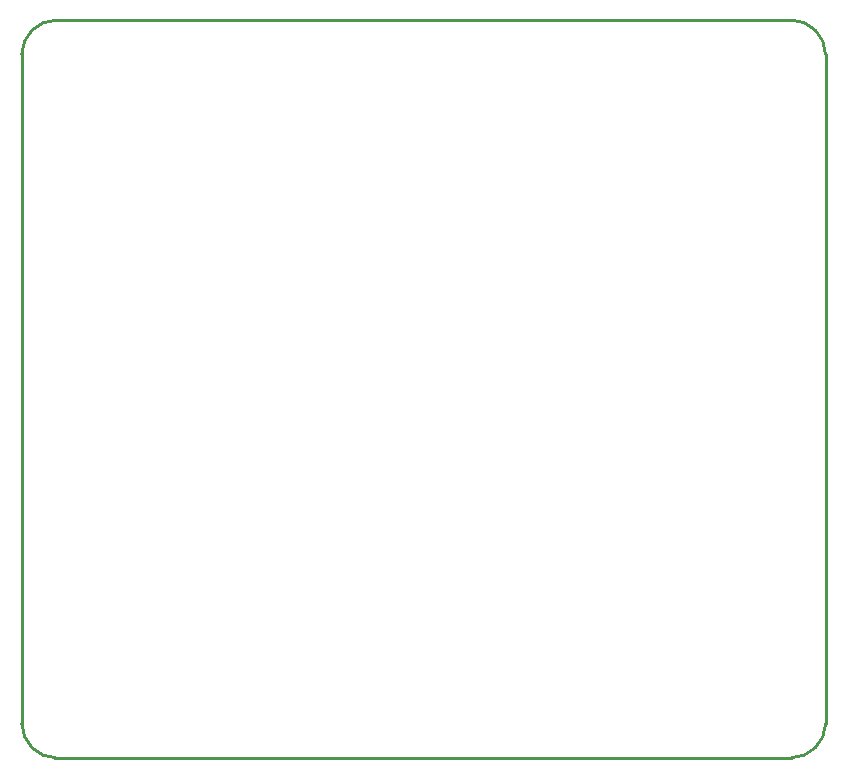
<source format=gko>
G04 Layer: BoardOutlineLayer*
G04 EasyEDA v6.5.51, 2025-12-13 04:46:10*
G04 afe304bc349a47aca8f85fda98863c0f,54a2198792e84a5b8b180a78bcbfafa7,10*
G04 Gerber Generator version 0.2*
G04 Scale: 100 percent, Rotated: No, Reflected: No *
G04 Dimensions in inches *
G04 leading zeros omitted , absolute positions ,3 integer and 6 decimal *
%FSLAX36Y36*%
%MOIN*%

%ADD10C,0.0100*%
%ADD11C,0.0153*%
D10*
X3426700Y-240000D02*
G01*
X967600Y-240000D01*
X3540000Y2108200D02*
G01*
X3540000Y2100000D01*
X3540000Y-126100D01*
X860000Y-129099D02*
G01*
X860000Y2110000D01*
X975187Y2219751D02*
G01*
X3425000Y2219751D01*
G75*
G01*
X3540000Y-125000D02*
G02*
X3424812Y-239751I-116520J1775D01*
G75*
G01*
X975000Y-240000D02*
G02*
X860249Y-124812I1775J116520D01*
G75*
G01*
X860000Y2105000D02*
G02*
X975188Y2219751I116520J-1775D01*
G75*
G01*
X3425000Y2220000D02*
G02*
X3539751Y2104812I-1775J-116520D01*

%LPD*%
M02*

</source>
